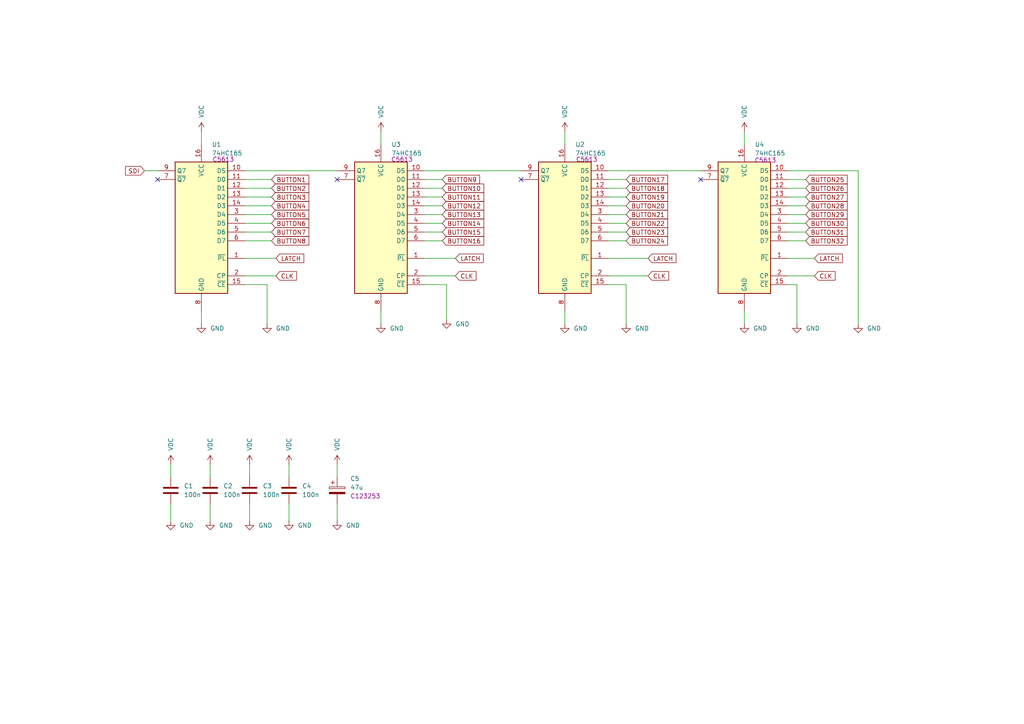
<source format=kicad_sch>
(kicad_sch (version 20250114) (generator "eeschema") (generator_version "9.0")
  (paper "A4")
  (lib_symbols
    (symbol "Device:C" (pin_numbers (hide yes)) (pin_names (offset 0.254))
      (property "Reference" "C" (at 0.635 2.54 0))
      (property "Value" "C" (at 0.635 -2.54 0))
      (symbol "C_0_1"
        (polyline (pts (xy -2.032 0.762) (xy 2.032 0.762)) (stroke (width 0.508)))
        (polyline (pts (xy -2.032 -0.762) (xy 2.032 -0.762)) (stroke (width 0.508)))
      )
      (symbol "C_1_1"
        (pin passive line (at 0 3.81 270) (length 2.794) (name "~") (number "1"))
        (pin passive line (at 0 -3.81 90) (length 2.794) (name "~") (number "2"))
      )
    )
    (symbol "_MobiFlight:74HC165"
      (property "Reference" "U" (at -7.62 19.05 0))
      (property "Value" "74HC165" (at -7.62 -21.59 0))
      (property "SCLC" "C5613" (at 0 0 0))
      (symbol "74HC165_1_0"
        (pin input line (at -12.7 15.24 0) (length 5.08) (name "DS") (number "10"))
        (pin input line (at -12.7 12.7 0) (length 5.08) (name "D0") (number "11"))
        (pin input line (at -12.7 10.16 0) (length 5.08) (name "D1") (number "12"))
        (pin input line (at -12.7 7.62 0) (length 5.08) (name "D2") (number "13"))
        (pin input line (at -12.7 5.08 0) (length 5.08) (name "D3") (number "14"))
        (pin input line (at -12.7 2.54 0) (length 5.08) (name "D4") (number "3"))
        (pin input line (at -12.7 0 0) (length 5.08) (name "D5") (number "4"))
        (pin input line (at -12.7 -2.54 0) (length 5.08) (name "D6") (number "5"))
        (pin input line (at -12.7 -5.08 0) (length 5.08) (name "D7") (number "6"))
        (pin input line (at -12.7 -10.16 0) (length 5.08) (name "~{PL}") (number "1"))
        (pin input line (at -12.7 -15.24 0) (length 5.08) (name "CP") (number "2"))
        (pin input line (at -12.7 -17.78 0) (length 5.08) (name "~{CE}") (number "15"))
        (pin power_in line (at 0 22.86 270) (length 5.08) (name "VCC") (number "16"))
        (pin power_in line (at 0 -25.4 90) (length 5.08) (name "GND") (number "8"))
        (pin output line (at 12.7 15.24 180) (length 5.08) (name "Q7") (number "9"))
        (pin output line (at 12.7 12.7 180) (length 5.08) (name "~{Q7}") (number "7"))
      )
      (symbol "74HC165_1_1"
        (rectangle (start -7.62 17.78) (end 7.62 -20.32) (stroke (width 0.254)) (fill (type background)))
      )
    )
    (symbol "_MobiFlight:C_Polarized_Tantal_47u" (pin_numbers (hide yes)) (pin_names (offset 0.254))
      (property "Reference" "C" (at 0.635 2.54 0))
      (property "Value" "C_Polarized_Tantal_47u" (at 0.635 -2.54 0))
      (property "LCSC" "C123253" (at 0 0 0))
      (symbol "C_Polarized_Tantal_47u_0_1"
        (rectangle (start -2.286 0.508) (end 2.286 1.016))
        (polyline (pts (xy -1.778 2.286) (xy -0.762 2.286)))
        (polyline (pts (xy -1.27 2.794) (xy -1.27 1.778)))
        (rectangle (start 2.286 -0.508) (end -2.286 -1.016) (fill (type outline)))
      )
      (symbol "C_Polarized_Tantal_47u_1_1"
        (pin passive line (at 0 3.81 270) (length 2.794) (name "~") (number "1"))
        (pin passive line (at 0 -3.81 90) (length 2.794) (name "~") (number "2"))
      )
    )
    (symbol "power:GND" (power) (pin_numbers (hide yes)) (pin_names (offset 0) (hide yes))
      (property "Value" "GND" (at 0 -3.81 0))
      (symbol "GND_0_1"
        (polyline (pts (xy 0 0) (xy 0 -1.27) (xy 1.27 -1.27) (xy 0 -2.54) (xy -1.27 -1.27) (xy 0 -1.27)))
      )
      (symbol "GND_1_1"
        (pin power_in line (at 0 0 270) (length 0) (name "~") (number "1"))
      )
    )
    (symbol "power:VDC" (power) (pin_numbers (hide yes)) (pin_names (offset 0) (hide yes))
      (property "Value" "VDC" (at 0 3.556 0))
      (symbol "VDC_0_1"
        (polyline (pts (xy -0.762 1.27) (xy 0 2.54)))
        (polyline (pts (xy 0 2.54) (xy 0.762 1.27)))
        (polyline (pts (xy 0 0) (xy 0 2.54)))
      )
      (symbol "VDC_1_1"
        (pin power_in line (at 0 0 90) (length 0) (name "~") (number "1"))
      )
    )
  )
  (no_connect (at 151.13 52.07))
  (no_connect (at 45.72 52.07))
  (no_connect (at 97.79 52.07))
  (no_connect (at 203.2 52.07))
  (wire (pts (xy 123.19 62.23) (xy 128.27 62.23)))
  (wire (pts (xy 58.42 38.1) (xy 58.42 41.91)))
  (wire (pts (xy 176.53 52.07) (xy 181.61 52.07)))
  (wire (pts (xy 58.42 90.17) (xy 58.42 93.98)))
  (wire (pts (xy 71.12 82.55) (xy 77.47 82.55)))
  (wire (pts (xy 123.19 69.85) (xy 128.27 69.85)))
  (wire (pts (xy 97.79 134.62) (xy 97.79 138.43)))
  (wire (pts (xy 71.12 52.07) (xy 78.74 52.07)))
  (wire (pts (xy 71.12 80.01) (xy 80.01 80.01)))
  (wire (pts (xy 110.49 90.17) (xy 110.49 93.98)))
  (wire (pts (xy 176.53 67.31) (xy 181.61 67.31)))
  (wire (pts (xy 71.12 67.31) (xy 78.74 67.31)))
  (wire (pts (xy 228.6 59.69) (xy 233.68 59.69)))
  (wire (pts (xy 123.19 49.53) (xy 151.13 49.53)))
  (wire (pts (xy 176.53 82.55) (xy 181.61 82.55)))
  (wire (pts (xy 110.49 38.1) (xy 110.49 41.91)))
  (wire (pts (xy 163.83 38.1) (xy 163.83 41.91)))
  (wire (pts (xy 72.39 146.05) (xy 72.39 151.13)))
  (wire (pts (xy 129.54 82.55) (xy 129.54 92.71)))
  (wire (pts (xy 77.47 82.55) (xy 77.47 93.98)))
  (wire (pts (xy 215.9 38.1) (xy 215.9 41.91)))
  (wire (pts (xy 176.53 49.53) (xy 203.2 49.53)))
  (wire (pts (xy 228.6 80.01) (xy 236.22 80.01)))
  (wire (pts (xy 176.53 57.15) (xy 181.61 57.15)))
  (wire (pts (xy 60.96 146.05) (xy 60.96 151.13)))
  (wire (pts (xy 123.19 82.55) (xy 129.54 82.55)))
  (wire (pts (xy 228.6 54.61) (xy 233.68 54.61)))
  (wire (pts (xy 71.12 64.77) (xy 78.74 64.77)))
  (wire (pts (xy 144.78 -5.08) (xy 143.51 -5.08)))
  (wire (pts (xy 176.53 59.69) (xy 181.61 59.69)))
  (wire (pts (xy 71.12 49.53) (xy 97.79 49.53)))
  (wire (pts (xy 71.12 62.23) (xy 78.74 62.23)))
  (wire (pts (xy 123.19 54.61) (xy 128.27 54.61)))
  (wire (pts (xy 176.53 69.85) (xy 181.61 69.85)))
  (wire (pts (xy 176.53 80.01) (xy 187.96 80.01)))
  (wire (pts (xy 83.82 146.05) (xy 83.82 151.13)))
  (wire (pts (xy 123.19 67.31) (xy 128.27 67.31)))
  (wire (pts (xy 71.12 74.93) (xy 80.01 74.93)))
  (wire (pts (xy 228.6 69.85) (xy 233.68 69.85)))
  (wire (pts (xy 49.53 134.62) (xy 49.53 138.43)))
  (wire (pts (xy 97.79 146.05) (xy 97.79 151.13)))
  (wire (pts (xy 83.82 134.62) (xy 83.82 138.43)))
  (wire (pts (xy 72.39 134.62) (xy 72.39 138.43)))
  (wire (pts (xy 123.19 52.07) (xy 128.27 52.07)))
  (wire (pts (xy 71.12 69.85) (xy 78.74 69.85)))
  (wire (pts (xy 228.6 57.15) (xy 233.68 57.15)))
  (wire (pts (xy 123.19 80.01) (xy 132.08 80.01)))
  (wire (pts (xy 176.53 74.93) (xy 187.96 74.93)))
  (wire (pts (xy 248.92 49.53) (xy 248.92 93.98)))
  (wire (pts (xy 176.53 54.61) (xy 181.61 54.61)))
  (wire (pts (xy 228.6 82.55) (xy 231.14 82.55)))
  (wire (pts (xy 123.19 64.77) (xy 128.27 64.77)))
  (wire (pts (xy 71.12 54.61) (xy 78.74 54.61)))
  (wire (pts (xy 231.14 82.55) (xy 231.14 93.98)))
  (wire (pts (xy 215.9 90.17) (xy 215.9 93.98)))
  (wire (pts (xy 228.6 49.53) (xy 248.92 49.53)))
  (wire (pts (xy 123.19 74.93) (xy 132.08 74.93)))
  (wire (pts (xy 176.53 64.77) (xy 181.61 64.77)))
  (wire (pts (xy 71.12 57.15) (xy 78.74 57.15)))
  (wire (pts (xy 71.12 59.69) (xy 78.74 59.69)))
  (wire (pts (xy 228.6 67.31) (xy 233.68 67.31)))
  (wire (pts (xy 228.6 74.93) (xy 236.22 74.93)))
  (wire (pts (xy 228.6 64.77) (xy 233.68 64.77)))
  (wire (pts (xy 60.96 134.62) (xy 60.96 138.43)))
  (wire (pts (xy 163.83 90.17) (xy 163.83 93.98)))
  (wire (pts (xy 41.91 49.53) (xy 45.72 49.53)))
  (wire (pts (xy 228.6 62.23) (xy 233.68 62.23)))
  (wire (pts (xy 181.61 82.55) (xy 181.61 93.98)))
  (wire (pts (xy 176.53 62.23) (xy 181.61 62.23)))
  (wire (pts (xy 123.19 59.69) (xy 128.27 59.69)))
  (wire (pts (xy 49.53 146.05) (xy 49.53 151.13)))
  (wire (pts (xy 123.19 57.15) (xy 128.27 57.15)))
  (wire (pts (xy 228.6 52.07) (xy 233.68 52.07)))
  (global_label "BUTTON14" (shape input) (at 128.27 64.77 0) (property "Intersheetrefs" "${INTERSHEET_REFS}" (effects (hide yes))))
  (global_label "BUTTON19" (shape input) (at 181.61 57.15 0) (property "Intersheetrefs" "${INTERSHEET_REFS}" (effects (hide yes))))
  (global_label "LATCH" (shape input) (at 132.08 74.93 0) (property "Intersheetrefs" "${INTERSHEET_REFS}" (effects (hide yes))))
  (global_label "BUTTON31" (shape input) (at 233.68 67.31 0) (property "Intersheetrefs" "${INTERSHEET_REFS}" (effects (hide yes))))
  (global_label "BUTTON12" (shape input) (at 128.27 59.69 0) (property "Intersheetrefs" "${INTERSHEET_REFS}" (effects (hide yes))))
  (global_label "LATCH" (shape input) (at 80.01 74.93 0) (property "Intersheetrefs" "${INTERSHEET_REFS}" (effects (hide yes))))
  (global_label "BUTTON2" (shape input) (at 78.74 54.61 0) (property "Intersheetrefs" "${INTERSHEET_REFS}" (effects (hide yes))))
  (global_label "BUTTON17" (shape input) (at 181.61 52.07 0) (property "Intersheetrefs" "${INTERSHEET_REFS}" (effects (hide yes))))
  (global_label "CLK" (shape input) (at 80.01 80.01 0) (property "Intersheetrefs" "${INTERSHEET_REFS}" (effects (hide yes))))
  (global_label "BUTTON6" (shape input) (at 78.74 64.77 0) (property "Intersheetrefs" "${INTERSHEET_REFS}" (effects (hide yes))))
  (global_label "BUTTON11" (shape input) (at 128.27 57.15 0) (property "Intersheetrefs" "${INTERSHEET_REFS}" (effects (hide yes))))
  (global_label "LATCH" (shape input) (at 236.22 74.93 0) (property "Intersheetrefs" "${INTERSHEET_REFS}" (effects (hide yes))))
  (global_label "BUTTON26" (shape input) (at 233.68 54.61 0) (property "Intersheetrefs" "${INTERSHEET_REFS}" (effects (hide yes))))
  (global_label "BUTTON20" (shape input) (at 181.61 59.69 0) (property "Intersheetrefs" "${INTERSHEET_REFS}" (effects (hide yes))))
  (global_label "BUTTON7" (shape input) (at 78.74 67.31 0) (property "Intersheetrefs" "${INTERSHEET_REFS}" (effects (hide yes))))
  (global_label "BUTTON22" (shape input) (at 181.61 64.77 0) (property "Intersheetrefs" "${INTERSHEET_REFS}" (effects (hide yes))))
  (global_label "BUTTON18" (shape input) (at 181.61 54.61 0) (property "Intersheetrefs" "${INTERSHEET_REFS}" (effects (hide yes))))
  (global_label "BUTTON5" (shape input) (at 78.74 62.23 0) (property "Intersheetrefs" "${INTERSHEET_REFS}" (effects (hide yes))))
  (global_label "BUTTON23" (shape input) (at 181.61 67.31 0) (property "Intersheetrefs" "${INTERSHEET_REFS}" (effects (hide yes))))
  (global_label "BUTTON9" (shape input) (at 128.27 52.07 0) (property "Intersheetrefs" "${INTERSHEET_REFS}" (effects (hide yes))))
  (global_label "BUTTON4" (shape input) (at 78.74 59.69 0) (property "Intersheetrefs" "${INTERSHEET_REFS}" (effects (hide yes))))
  (global_label "SDI" (shape input) (at 41.91 49.53 180) (property "Intersheetrefs" "${INTERSHEET_REFS}" (effects (hide yes))))
  (global_label "BUTTON24" (shape input) (at 181.61 69.85 0) (property "Intersheetrefs" "${INTERSHEET_REFS}" (effects (hide yes))))
  (global_label "BUTTON10" (shape input) (at 128.27 54.61 0) (property "Intersheetrefs" "${INTERSHEET_REFS}" (effects (hide yes))))
  (global_label "BUTTON15" (shape input) (at 128.27 67.31 0) (property "Intersheetrefs" "${INTERSHEET_REFS}" (effects (hide yes))))
  (global_label "BUTTON25" (shape input) (at 233.68 52.07 0) (property "Intersheetrefs" "${INTERSHEET_REFS}" (effects (hide yes))))
  (global_label "BUTTON3" (shape input) (at 78.74 57.15 0) (property "Intersheetrefs" "${INTERSHEET_REFS}" (effects (hide yes))))
  (global_label "CLK" (shape input) (at 187.96 80.01 0) (property "Intersheetrefs" "${INTERSHEET_REFS}" (effects (hide yes))))
  (global_label "BUTTON29" (shape input) (at 233.68 62.23 0) (property "Intersheetrefs" "${INTERSHEET_REFS}" (effects (hide yes))))
  (global_label "CLK" (shape input) (at 132.08 80.01 0) (property "Intersheetrefs" "${INTERSHEET_REFS}" (effects (hide yes))))
  (global_label "BUTTON8" (shape input) (at 78.74 69.85 0) (property "Intersheetrefs" "${INTERSHEET_REFS}" (effects (hide yes))))
  (global_label "LATCH" (shape input) (at 187.96 74.93 0) (property "Intersheetrefs" "${INTERSHEET_REFS}" (effects (hide yes))))
  (global_label "BUTTON16" (shape input) (at 128.27 69.85 0) (property "Intersheetrefs" "${INTERSHEET_REFS}" (effects (hide yes))))
  (global_label "BUTTON28" (shape input) (at 233.68 59.69 0) (property "Intersheetrefs" "${INTERSHEET_REFS}" (effects (hide yes))))
  (global_label "CLK" (shape input) (at 236.22 80.01 0) (property "Intersheetrefs" "${INTERSHEET_REFS}" (effects (hide yes))))
  (global_label "BUTTON13" (shape input) (at 128.27 62.23 0) (property "Intersheetrefs" "${INTERSHEET_REFS}" (effects (hide yes))))
  (global_label "BUTTON32" (shape input) (at 233.68 69.85 0) (property "Intersheetrefs" "${INTERSHEET_REFS}" (effects (hide yes))))
  (global_label "BUTTON30" (shape input) (at 233.68 64.77 0) (property "Intersheetrefs" "${INTERSHEET_REFS}" (effects (hide yes))))
  (global_label "BUTTON27" (shape input) (at 233.68 57.15 0) (property "Intersheetrefs" "${INTERSHEET_REFS}" (effects (hide yes))))
  (global_label "BUTTON21" (shape input) (at 181.61 62.23 0) (property "Intersheetrefs" "${INTERSHEET_REFS}" (effects (hide yes))))
  (global_label "BUTTON1" (shape input) (at 78.74 52.07 0) (property "Intersheetrefs" "${INTERSHEET_REFS}" (effects (hide yes))))
  (symbol (lib_id "Device:C") (at 60.96 142.24 0) (unit 1)
    (property "Reference" "C2" (at 64.77 140.9699 0) (effects (justify left)))
    (property "Value" "100n" (at 64.77 143.5099 0) (effects (justify left)))
    (property "Footprint" "Capacitor_SMD:C_0805_2012Metric" (effects (hide yes)))
    (property "Description" "Unpolarized capacitor" (effects (hide yes)))
    (property "LCSC" "C49678" (effects (hide yes)))
  )
  (symbol (lib_id "Device:C") (at 49.53 142.24 0) (unit 1)
    (property "Reference" "C1" (at 53.34 140.9699 0) (effects (justify left)))
    (property "Value" "100n" (at 53.34 143.5099 0) (effects (justify left)))
    (property "Footprint" "Capacitor_SMD:C_0805_2012Metric" (effects (hide yes)))
    (property "Description" "Unpolarized capacitor" (effects (hide yes)))
    (property "LCSC" "C49678" (effects (hide yes)))
  )
  (symbol (lib_id "Device:C") (at 83.82 142.24 0) (unit 1)
    (property "Reference" "C4" (at 87.63 140.9699 0) (effects (justify left)))
    (property "Value" "100n" (at 87.63 143.5099 0) (effects (justify left)))
    (property "Footprint" "Capacitor_SMD:C_0805_2012Metric" (effects (hide yes)))
    (property "Description" "Unpolarized capacitor" (effects (hide yes)))
    (property "LCSC" "C49678" (effects (hide yes)))
  )
  (symbol (lib_id "Device:C") (at 72.39 142.24 0) (unit 1)
    (property "Reference" "C3" (at 76.2 140.9699 0) (effects (justify left)))
    (property "Value" "100n" (at 76.2 143.5099 0) (effects (justify left)))
    (property "Footprint" "Capacitor_SMD:C_0805_2012Metric" (effects (hide yes)))
    (property "Description" "Unpolarized capacitor" (effects (hide yes)))
    (property "LCSC" "C49678" (effects (hide yes)))
  )
  (symbol (lib_id "power:GND") (at 215.9 93.98 0) (mirror y) (unit 1)
    (property "Reference" "#PWR016" (effects (hide yes)))
    (property "Value" "GND" (at 218.44 95.2499 0) (effects (justify right)))
    (property "Description" "Power symbol creates a global label with name \"GND\" , ground" (effects (hide yes)))
  )
  (symbol (lib_id "power:GND") (at 60.96 151.13 0) (mirror y) (unit 1)
    (property "Reference" "#PWR023" (effects (hide yes)))
    (property "Value" "GND" (at 63.5 152.3999 0) (effects (justify right)))
    (property "Description" "Power symbol creates a global label with name \"GND\" , ground" (effects (hide yes)))
  )
  (symbol (lib_id "power:GND") (at 231.14 93.98 0) (mirror y) (unit 1)
    (property "Reference" "#PWR017" (effects (hide yes)))
    (property "Value" "GND" (at 233.68 95.2499 0) (effects (justify right)))
    (property "Description" "Power symbol creates a global label with name \"GND\" , ground" (effects (hide yes)))
  )
  (symbol (lib_id "power:GND") (at 181.61 93.98 0) (mirror y) (unit 1)
    (property "Reference" "#PWR012" (effects (hide yes)))
    (property "Value" "GND" (at 184.15 95.2499 0) (effects (justify right)))
    (property "Description" "Power symbol creates a global label with name \"GND\" , ground" (effects (hide yes)))
  )
  (symbol (lib_id "power:GND") (at 163.83 93.98 0) (mirror y) (unit 1)
    (property "Reference" "#PWR06" (effects (hide yes)))
    (property "Value" "GND" (at 166.37 95.2499 0) (effects (justify right)))
    (property "Description" "Power symbol creates a global label with name \"GND\" , ground" (effects (hide yes)))
  )
  (symbol (lib_id "power:VDC") (at 49.53 134.62 0) (unit 1)
    (property "Reference" "#PWR01" (effects (hide yes)))
    (property "Value" "VDC" (at 49.5299 130.81 90) (effects (justify left)))
    (property "Description" "Power symbol creates a global label with name \"VDC\"" (effects (hide yes)))
  )
  (symbol (lib_id "power:VDC") (at 97.79 134.62 0) (unit 1)
    (property "Reference" "#PWR019" (effects (hide yes)))
    (property "Value" "VDC" (at 97.7899 130.81 90) (effects (justify left)))
    (property "Description" "Power symbol creates a global label with name \"VDC\"" (effects (hide yes)))
  )
  (symbol (lib_id "power:GND") (at 77.47 93.98 0) (mirror y) (unit 1)
    (property "Reference" "#PWR011" (effects (hide yes)))
    (property "Value" "GND" (at 80.01 95.2499 0) (effects (justify right)))
    (property "Description" "Power symbol creates a global label with name \"GND\" , ground" (effects (hide yes)))
  )
  (symbol (lib_id "power:GND") (at 248.92 93.98 0) (mirror y) (unit 1)
    (property "Reference" "#PWR029" (effects (hide yes)))
    (property "Value" "GND" (at 251.46 95.2499 0) (effects (justify right)))
    (property "Description" "Power symbol creates a global label with name \"GND\" , ground" (effects (hide yes)))
  )
  (symbol (lib_id "power:VDC") (at 163.83 38.1 0) (unit 1)
    (property "Reference" "#PWR05" (effects (hide yes)))
    (property "Value" "VDC" (at 163.8299 34.29 90) (effects (justify left)))
    (property "Description" "Power symbol creates a global label with name \"VDC\"" (effects (hide yes)))
  )
  (symbol (lib_id "power:VDC") (at 83.82 134.62 0) (unit 1)
    (property "Reference" "#PWR027" (effects (hide yes)))
    (property "Value" "VDC" (at 83.8199 130.81 90) (effects (justify left)))
    (property "Description" "Power symbol creates a global label with name \"VDC\"" (effects (hide yes)))
  )
  (symbol (lib_id "_MobiFlight:74HC165") (at 163.83 64.77 0) (mirror y) (unit 1)
    (property "Reference" "U2" (at 166.8465 41.91 0) (effects (justify right)))
    (property "Value" "74HC165" (at 166.8465 44.45 0) (effects (justify right)))
    (property "Footprint" "Package_SO:SOIC-16_3.9x9.9mm_P1.27mm" (effects (hide yes)))
    (property "Datasheet" "https://assets.nexperia.com/documents/data-sheet/74HC_HCT165.pdf" (effects (hide yes)))
    (property "Description" "Shift Register, 8-bit, Parallel Load" (effects (hide yes)))
    (property "LCSC" "C5613" (at 170.18 46.228 0))
  )
  (symbol (lib_id "power:GND") (at 97.79 151.13 0) (mirror y) (unit 1)
    (property "Reference" "#PWR020" (effects (hide yes)))
    (property "Value" "GND" (at 100.33 152.3999 0) (effects (justify right)))
    (property "Description" "Power symbol creates a global label with name \"GND\" , ground" (effects (hide yes)))
  )
  (symbol (lib_id "power:GND") (at 83.82 151.13 0) (mirror y) (unit 1)
    (property "Reference" "#PWR028" (effects (hide yes)))
    (property "Value" "GND" (at 86.36 152.3999 0) (effects (justify right)))
    (property "Description" "Power symbol creates a global label with name \"GND\" , ground" (effects (hide yes)))
  )
  (symbol (lib_id "power:VDC") (at 58.42 38.1 0) (unit 1)
    (property "Reference" "#PWR02" (effects (hide yes)))
    (property "Value" "VDC" (at 58.4199 34.29 90) (effects (justify left)))
    (property "Description" "Power symbol creates a global label with name \"VDC\"" (effects (hide yes)))
  )
  (symbol (lib_id "power:GND") (at 110.49 93.98 0) (mirror y) (unit 1)
    (property "Reference" "#PWR014" (effects (hide yes)))
    (property "Value" "GND" (at 113.03 95.2499 0) (effects (justify right)))
    (property "Description" "Power symbol creates a global label with name \"GND\" , ground" (effects (hide yes)))
  )
  (symbol (lib_id "_MobiFlight:74HC165") (at 215.9 64.77 0) (mirror y) (unit 1)
    (property "Reference" "U4" (at 218.9165 41.91 0) (effects (justify right)))
    (property "Value" "74HC165" (at 218.9165 44.45 0) (effects (justify right)))
    (property "Footprint" "Package_SO:SOIC-16_3.9x9.9mm_P1.27mm" (effects (hide yes)))
    (property "Datasheet" "https://assets.nexperia.com/documents/data-sheet/74HC_HCT165.pdf" (effects (hide yes)))
    (property "Description" "Shift Register, 8-bit, Parallel Load" (effects (hide yes)))
    (property "LCSC" "C5613" (at 221.996 46.482 0))
  )
  (symbol (lib_id "_MobiFlight:74HC165") (at 110.49 64.77 0) (mirror y) (unit 1)
    (property "Reference" "U3" (at 113.5065 41.91 0) (effects (justify right)))
    (property "Value" "74HC165" (at 113.5065 44.45 0) (effects (justify right)))
    (property "Footprint" "Package_SO:SOIC-16_3.9x9.9mm_P1.27mm" (effects (hide yes)))
    (property "Datasheet" "https://assets.nexperia.com/documents/data-sheet/74HC_HCT165.pdf" (effects (hide yes)))
    (property "Description" "Shift Register, 8-bit, Parallel Load" (effects (hide yes)))
    (property "LCSC" "C5613" (at 116.586 46.228 0))
  )
  (symbol (lib_id "power:VDC") (at 110.49 38.1 0) (unit 1)
    (property "Reference" "#PWR013" (effects (hide yes)))
    (property "Value" "VDC" (at 110.4899 34.29 90) (effects (justify left)))
    (property "Description" "Power symbol creates a global label with name \"VDC\"" (effects (hide yes)))
  )
  (symbol (lib_id "_MobiFlight:C_Polarized_Tantal_47u") (at 97.79 142.24 0) (unit 1)
    (property "Reference" "C5" (at 101.6 138.8109 0) (effects (justify left)))
    (property "Value" "47u" (at 101.6 141.3509 0) (effects (justify left)))
    (property "Footprint" "Capacitor_Tantalum_SMD:CP_EIA-3528-21_Kemet-B" (effects (hide yes)))
    (property "Description" "Polarized capacitor" (effects (hide yes)))
    (property "LCSC" "C123253" (at 101.6 143.8909 0) (effects (justify left)))
  )
  (symbol (lib_id "power:GND") (at 58.42 93.98 0) (mirror y) (unit 1)
    (property "Reference" "#PWR03" (effects (hide yes)))
    (property "Value" "GND" (at 60.96 95.2499 0) (effects (justify right)))
    (property "Description" "Power symbol creates a global label with name \"GND\" , ground" (effects (hide yes)))
  )
  (symbol (lib_id "power:GND") (at 129.54 92.71 0) (mirror y) (unit 1)
    (property "Reference" "#PWR018" (effects (hide yes)))
    (property "Value" "GND" (at 132.08 93.9799 0) (effects (justify right)))
    (property "Description" "Power symbol creates a global label with name \"GND\" , ground" (effects (hide yes)))
  )
  (symbol (lib_id "_MobiFlight:74HC165") (at 58.42 64.77 0) (mirror y) (unit 1)
    (property "Reference" "U1" (at 61.4365 41.91 0) (effects (justify right)))
    (property "Value" "74HC165" (at 61.4365 44.45 0) (effects (justify right)))
    (property "Footprint" "Package_SO:SOIC-16_3.9x9.9mm_P1.27mm" (effects (hide yes)))
    (property "Datasheet" "https://assets.nexperia.com/documents/data-sheet/74HC_HCT165.pdf" (effects (hide yes)))
    (property "Description" "Shift Register, 8-bit, Parallel Load" (effects (hide yes)))
    (property "LCSC" "C5613" (at 64.77 46.228 0))
  )
  (symbol (lib_id "power:VDC") (at 72.39 134.62 0) (unit 1)
    (property "Reference" "#PWR025" (effects (hide yes)))
    (property "Value" "VDC" (at 72.3899 130.81 90) (effects (justify left)))
    (property "Description" "Power symbol creates a global label with name \"VDC\"" (effects (hide yes)))
  )
  (symbol (lib_id "power:VDC") (at 215.9 38.1 0) (unit 1)
    (property "Reference" "#PWR015" (effects (hide yes)))
    (property "Value" "VDC" (at 215.8999 34.29 90) (effects (justify left)))
    (property "Description" "Power symbol creates a global label with name \"VDC\"" (effects (hide yes)))
  )
  (symbol (lib_id "power:GND") (at 49.53 151.13 0) (mirror y) (unit 1)
    (property "Reference" "#PWR04" (effects (hide yes)))
    (property "Value" "GND" (at 52.07 152.3999 0) (effects (justify right)))
    (property "Description" "Power symbol creates a global label with name \"GND\" , ground" (effects (hide yes)))
  )
  (symbol (lib_id "power:GND") (at 72.39 151.13 0) (mirror y) (unit 1)
    (property "Reference" "#PWR026" (effects (hide yes)))
    (property "Value" "GND" (at 74.93 152.3999 0) (effects (justify right)))
    (property "Description" "Power symbol creates a global label with name \"GND\" , ground" (effects (hide yes)))
  )
  (symbol (lib_id "power:VDC") (at 60.96 134.62 0) (unit 1)
    (property "Reference" "#PWR022" (effects (hide yes)))
    (property "Value" "VDC" (at 60.9599 130.81 90) (effects (justify left)))
    (property "Description" "Power symbol creates a global label with name \"VDC\"" (effects (hide yes)))
  )
)
</source>
